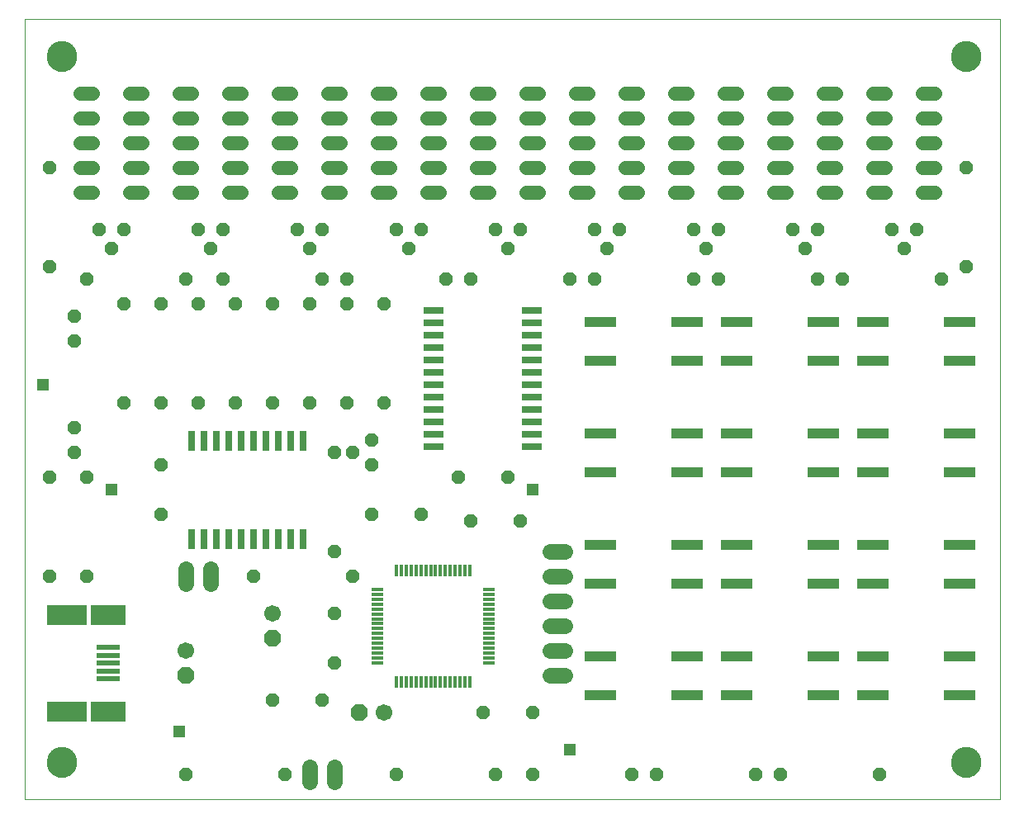
<source format=gts>
G75*
%MOIN*%
%OFA0B0*%
%FSLAX25Y25*%
%IPPOS*%
%LPD*%
%AMOC8*
5,1,8,0,0,1.08239X$1,22.5*
%
%ADD10C,0.00000*%
%ADD11C,0.12211*%
%ADD12R,0.12605X0.04337*%
%ADD13R,0.05124X0.01581*%
%ADD14R,0.01581X0.05124*%
%ADD15R,0.16148X0.08471*%
%ADD16R,0.14180X0.08471*%
%ADD17R,0.09258X0.02369*%
%ADD18OC8,0.05600*%
%ADD19OC8,0.06700*%
%ADD20C,0.06700*%
%ADD21R,0.08400X0.03000*%
%ADD22C,0.05600*%
%ADD23R,0.03000X0.08400*%
%ADD24C,0.06400*%
%ADD25R,0.05124X0.05124*%
D10*
X0005778Y0001300D02*
X0005778Y0316261D01*
X0399478Y0316261D01*
X0399478Y0001300D01*
X0005778Y0001300D01*
X0014873Y0016300D02*
X0014875Y0016453D01*
X0014881Y0016606D01*
X0014891Y0016759D01*
X0014905Y0016912D01*
X0014923Y0017064D01*
X0014945Y0017216D01*
X0014970Y0017367D01*
X0015000Y0017518D01*
X0015033Y0017667D01*
X0015071Y0017816D01*
X0015112Y0017964D01*
X0015157Y0018110D01*
X0015206Y0018255D01*
X0015259Y0018399D01*
X0015315Y0018542D01*
X0015375Y0018683D01*
X0015439Y0018823D01*
X0015506Y0018960D01*
X0015577Y0019096D01*
X0015651Y0019230D01*
X0015729Y0019362D01*
X0015810Y0019492D01*
X0015895Y0019620D01*
X0015983Y0019746D01*
X0016074Y0019869D01*
X0016168Y0019990D01*
X0016265Y0020109D01*
X0016366Y0020225D01*
X0016469Y0020338D01*
X0016576Y0020448D01*
X0016685Y0020556D01*
X0016796Y0020661D01*
X0016911Y0020763D01*
X0017028Y0020862D01*
X0017148Y0020957D01*
X0017270Y0021050D01*
X0017395Y0021140D01*
X0017521Y0021226D01*
X0017650Y0021309D01*
X0017781Y0021388D01*
X0017914Y0021464D01*
X0018049Y0021537D01*
X0018186Y0021606D01*
X0018325Y0021671D01*
X0018465Y0021733D01*
X0018607Y0021791D01*
X0018750Y0021846D01*
X0018895Y0021897D01*
X0019041Y0021944D01*
X0019188Y0021987D01*
X0019336Y0022026D01*
X0019485Y0022062D01*
X0019635Y0022093D01*
X0019786Y0022121D01*
X0019938Y0022145D01*
X0020090Y0022165D01*
X0020242Y0022181D01*
X0020395Y0022193D01*
X0020548Y0022201D01*
X0020701Y0022205D01*
X0020855Y0022205D01*
X0021008Y0022201D01*
X0021161Y0022193D01*
X0021314Y0022181D01*
X0021466Y0022165D01*
X0021618Y0022145D01*
X0021770Y0022121D01*
X0021921Y0022093D01*
X0022071Y0022062D01*
X0022220Y0022026D01*
X0022368Y0021987D01*
X0022515Y0021944D01*
X0022661Y0021897D01*
X0022806Y0021846D01*
X0022949Y0021791D01*
X0023091Y0021733D01*
X0023231Y0021671D01*
X0023370Y0021606D01*
X0023507Y0021537D01*
X0023642Y0021464D01*
X0023775Y0021388D01*
X0023906Y0021309D01*
X0024035Y0021226D01*
X0024161Y0021140D01*
X0024286Y0021050D01*
X0024408Y0020957D01*
X0024528Y0020862D01*
X0024645Y0020763D01*
X0024760Y0020661D01*
X0024871Y0020556D01*
X0024980Y0020448D01*
X0025087Y0020338D01*
X0025190Y0020225D01*
X0025291Y0020109D01*
X0025388Y0019990D01*
X0025482Y0019869D01*
X0025573Y0019746D01*
X0025661Y0019620D01*
X0025746Y0019492D01*
X0025827Y0019362D01*
X0025905Y0019230D01*
X0025979Y0019096D01*
X0026050Y0018960D01*
X0026117Y0018823D01*
X0026181Y0018683D01*
X0026241Y0018542D01*
X0026297Y0018399D01*
X0026350Y0018255D01*
X0026399Y0018110D01*
X0026444Y0017964D01*
X0026485Y0017816D01*
X0026523Y0017667D01*
X0026556Y0017518D01*
X0026586Y0017367D01*
X0026611Y0017216D01*
X0026633Y0017064D01*
X0026651Y0016912D01*
X0026665Y0016759D01*
X0026675Y0016606D01*
X0026681Y0016453D01*
X0026683Y0016300D01*
X0026681Y0016147D01*
X0026675Y0015994D01*
X0026665Y0015841D01*
X0026651Y0015688D01*
X0026633Y0015536D01*
X0026611Y0015384D01*
X0026586Y0015233D01*
X0026556Y0015082D01*
X0026523Y0014933D01*
X0026485Y0014784D01*
X0026444Y0014636D01*
X0026399Y0014490D01*
X0026350Y0014345D01*
X0026297Y0014201D01*
X0026241Y0014058D01*
X0026181Y0013917D01*
X0026117Y0013777D01*
X0026050Y0013640D01*
X0025979Y0013504D01*
X0025905Y0013370D01*
X0025827Y0013238D01*
X0025746Y0013108D01*
X0025661Y0012980D01*
X0025573Y0012854D01*
X0025482Y0012731D01*
X0025388Y0012610D01*
X0025291Y0012491D01*
X0025190Y0012375D01*
X0025087Y0012262D01*
X0024980Y0012152D01*
X0024871Y0012044D01*
X0024760Y0011939D01*
X0024645Y0011837D01*
X0024528Y0011738D01*
X0024408Y0011643D01*
X0024286Y0011550D01*
X0024161Y0011460D01*
X0024035Y0011374D01*
X0023906Y0011291D01*
X0023775Y0011212D01*
X0023642Y0011136D01*
X0023507Y0011063D01*
X0023370Y0010994D01*
X0023231Y0010929D01*
X0023091Y0010867D01*
X0022949Y0010809D01*
X0022806Y0010754D01*
X0022661Y0010703D01*
X0022515Y0010656D01*
X0022368Y0010613D01*
X0022220Y0010574D01*
X0022071Y0010538D01*
X0021921Y0010507D01*
X0021770Y0010479D01*
X0021618Y0010455D01*
X0021466Y0010435D01*
X0021314Y0010419D01*
X0021161Y0010407D01*
X0021008Y0010399D01*
X0020855Y0010395D01*
X0020701Y0010395D01*
X0020548Y0010399D01*
X0020395Y0010407D01*
X0020242Y0010419D01*
X0020090Y0010435D01*
X0019938Y0010455D01*
X0019786Y0010479D01*
X0019635Y0010507D01*
X0019485Y0010538D01*
X0019336Y0010574D01*
X0019188Y0010613D01*
X0019041Y0010656D01*
X0018895Y0010703D01*
X0018750Y0010754D01*
X0018607Y0010809D01*
X0018465Y0010867D01*
X0018325Y0010929D01*
X0018186Y0010994D01*
X0018049Y0011063D01*
X0017914Y0011136D01*
X0017781Y0011212D01*
X0017650Y0011291D01*
X0017521Y0011374D01*
X0017395Y0011460D01*
X0017270Y0011550D01*
X0017148Y0011643D01*
X0017028Y0011738D01*
X0016911Y0011837D01*
X0016796Y0011939D01*
X0016685Y0012044D01*
X0016576Y0012152D01*
X0016469Y0012262D01*
X0016366Y0012375D01*
X0016265Y0012491D01*
X0016168Y0012610D01*
X0016074Y0012731D01*
X0015983Y0012854D01*
X0015895Y0012980D01*
X0015810Y0013108D01*
X0015729Y0013238D01*
X0015651Y0013370D01*
X0015577Y0013504D01*
X0015506Y0013640D01*
X0015439Y0013777D01*
X0015375Y0013917D01*
X0015315Y0014058D01*
X0015259Y0014201D01*
X0015206Y0014345D01*
X0015157Y0014490D01*
X0015112Y0014636D01*
X0015071Y0014784D01*
X0015033Y0014933D01*
X0015000Y0015082D01*
X0014970Y0015233D01*
X0014945Y0015384D01*
X0014923Y0015536D01*
X0014905Y0015688D01*
X0014891Y0015841D01*
X0014881Y0015994D01*
X0014875Y0016147D01*
X0014873Y0016300D01*
X0014873Y0301300D02*
X0014875Y0301453D01*
X0014881Y0301606D01*
X0014891Y0301759D01*
X0014905Y0301912D01*
X0014923Y0302064D01*
X0014945Y0302216D01*
X0014970Y0302367D01*
X0015000Y0302518D01*
X0015033Y0302667D01*
X0015071Y0302816D01*
X0015112Y0302964D01*
X0015157Y0303110D01*
X0015206Y0303255D01*
X0015259Y0303399D01*
X0015315Y0303542D01*
X0015375Y0303683D01*
X0015439Y0303823D01*
X0015506Y0303960D01*
X0015577Y0304096D01*
X0015651Y0304230D01*
X0015729Y0304362D01*
X0015810Y0304492D01*
X0015895Y0304620D01*
X0015983Y0304746D01*
X0016074Y0304869D01*
X0016168Y0304990D01*
X0016265Y0305109D01*
X0016366Y0305225D01*
X0016469Y0305338D01*
X0016576Y0305448D01*
X0016685Y0305556D01*
X0016796Y0305661D01*
X0016911Y0305763D01*
X0017028Y0305862D01*
X0017148Y0305957D01*
X0017270Y0306050D01*
X0017395Y0306140D01*
X0017521Y0306226D01*
X0017650Y0306309D01*
X0017781Y0306388D01*
X0017914Y0306464D01*
X0018049Y0306537D01*
X0018186Y0306606D01*
X0018325Y0306671D01*
X0018465Y0306733D01*
X0018607Y0306791D01*
X0018750Y0306846D01*
X0018895Y0306897D01*
X0019041Y0306944D01*
X0019188Y0306987D01*
X0019336Y0307026D01*
X0019485Y0307062D01*
X0019635Y0307093D01*
X0019786Y0307121D01*
X0019938Y0307145D01*
X0020090Y0307165D01*
X0020242Y0307181D01*
X0020395Y0307193D01*
X0020548Y0307201D01*
X0020701Y0307205D01*
X0020855Y0307205D01*
X0021008Y0307201D01*
X0021161Y0307193D01*
X0021314Y0307181D01*
X0021466Y0307165D01*
X0021618Y0307145D01*
X0021770Y0307121D01*
X0021921Y0307093D01*
X0022071Y0307062D01*
X0022220Y0307026D01*
X0022368Y0306987D01*
X0022515Y0306944D01*
X0022661Y0306897D01*
X0022806Y0306846D01*
X0022949Y0306791D01*
X0023091Y0306733D01*
X0023231Y0306671D01*
X0023370Y0306606D01*
X0023507Y0306537D01*
X0023642Y0306464D01*
X0023775Y0306388D01*
X0023906Y0306309D01*
X0024035Y0306226D01*
X0024161Y0306140D01*
X0024286Y0306050D01*
X0024408Y0305957D01*
X0024528Y0305862D01*
X0024645Y0305763D01*
X0024760Y0305661D01*
X0024871Y0305556D01*
X0024980Y0305448D01*
X0025087Y0305338D01*
X0025190Y0305225D01*
X0025291Y0305109D01*
X0025388Y0304990D01*
X0025482Y0304869D01*
X0025573Y0304746D01*
X0025661Y0304620D01*
X0025746Y0304492D01*
X0025827Y0304362D01*
X0025905Y0304230D01*
X0025979Y0304096D01*
X0026050Y0303960D01*
X0026117Y0303823D01*
X0026181Y0303683D01*
X0026241Y0303542D01*
X0026297Y0303399D01*
X0026350Y0303255D01*
X0026399Y0303110D01*
X0026444Y0302964D01*
X0026485Y0302816D01*
X0026523Y0302667D01*
X0026556Y0302518D01*
X0026586Y0302367D01*
X0026611Y0302216D01*
X0026633Y0302064D01*
X0026651Y0301912D01*
X0026665Y0301759D01*
X0026675Y0301606D01*
X0026681Y0301453D01*
X0026683Y0301300D01*
X0026681Y0301147D01*
X0026675Y0300994D01*
X0026665Y0300841D01*
X0026651Y0300688D01*
X0026633Y0300536D01*
X0026611Y0300384D01*
X0026586Y0300233D01*
X0026556Y0300082D01*
X0026523Y0299933D01*
X0026485Y0299784D01*
X0026444Y0299636D01*
X0026399Y0299490D01*
X0026350Y0299345D01*
X0026297Y0299201D01*
X0026241Y0299058D01*
X0026181Y0298917D01*
X0026117Y0298777D01*
X0026050Y0298640D01*
X0025979Y0298504D01*
X0025905Y0298370D01*
X0025827Y0298238D01*
X0025746Y0298108D01*
X0025661Y0297980D01*
X0025573Y0297854D01*
X0025482Y0297731D01*
X0025388Y0297610D01*
X0025291Y0297491D01*
X0025190Y0297375D01*
X0025087Y0297262D01*
X0024980Y0297152D01*
X0024871Y0297044D01*
X0024760Y0296939D01*
X0024645Y0296837D01*
X0024528Y0296738D01*
X0024408Y0296643D01*
X0024286Y0296550D01*
X0024161Y0296460D01*
X0024035Y0296374D01*
X0023906Y0296291D01*
X0023775Y0296212D01*
X0023642Y0296136D01*
X0023507Y0296063D01*
X0023370Y0295994D01*
X0023231Y0295929D01*
X0023091Y0295867D01*
X0022949Y0295809D01*
X0022806Y0295754D01*
X0022661Y0295703D01*
X0022515Y0295656D01*
X0022368Y0295613D01*
X0022220Y0295574D01*
X0022071Y0295538D01*
X0021921Y0295507D01*
X0021770Y0295479D01*
X0021618Y0295455D01*
X0021466Y0295435D01*
X0021314Y0295419D01*
X0021161Y0295407D01*
X0021008Y0295399D01*
X0020855Y0295395D01*
X0020701Y0295395D01*
X0020548Y0295399D01*
X0020395Y0295407D01*
X0020242Y0295419D01*
X0020090Y0295435D01*
X0019938Y0295455D01*
X0019786Y0295479D01*
X0019635Y0295507D01*
X0019485Y0295538D01*
X0019336Y0295574D01*
X0019188Y0295613D01*
X0019041Y0295656D01*
X0018895Y0295703D01*
X0018750Y0295754D01*
X0018607Y0295809D01*
X0018465Y0295867D01*
X0018325Y0295929D01*
X0018186Y0295994D01*
X0018049Y0296063D01*
X0017914Y0296136D01*
X0017781Y0296212D01*
X0017650Y0296291D01*
X0017521Y0296374D01*
X0017395Y0296460D01*
X0017270Y0296550D01*
X0017148Y0296643D01*
X0017028Y0296738D01*
X0016911Y0296837D01*
X0016796Y0296939D01*
X0016685Y0297044D01*
X0016576Y0297152D01*
X0016469Y0297262D01*
X0016366Y0297375D01*
X0016265Y0297491D01*
X0016168Y0297610D01*
X0016074Y0297731D01*
X0015983Y0297854D01*
X0015895Y0297980D01*
X0015810Y0298108D01*
X0015729Y0298238D01*
X0015651Y0298370D01*
X0015577Y0298504D01*
X0015506Y0298640D01*
X0015439Y0298777D01*
X0015375Y0298917D01*
X0015315Y0299058D01*
X0015259Y0299201D01*
X0015206Y0299345D01*
X0015157Y0299490D01*
X0015112Y0299636D01*
X0015071Y0299784D01*
X0015033Y0299933D01*
X0015000Y0300082D01*
X0014970Y0300233D01*
X0014945Y0300384D01*
X0014923Y0300536D01*
X0014905Y0300688D01*
X0014891Y0300841D01*
X0014881Y0300994D01*
X0014875Y0301147D01*
X0014873Y0301300D01*
X0379873Y0301300D02*
X0379875Y0301453D01*
X0379881Y0301606D01*
X0379891Y0301759D01*
X0379905Y0301912D01*
X0379923Y0302064D01*
X0379945Y0302216D01*
X0379970Y0302367D01*
X0380000Y0302518D01*
X0380033Y0302667D01*
X0380071Y0302816D01*
X0380112Y0302964D01*
X0380157Y0303110D01*
X0380206Y0303255D01*
X0380259Y0303399D01*
X0380315Y0303542D01*
X0380375Y0303683D01*
X0380439Y0303823D01*
X0380506Y0303960D01*
X0380577Y0304096D01*
X0380651Y0304230D01*
X0380729Y0304362D01*
X0380810Y0304492D01*
X0380895Y0304620D01*
X0380983Y0304746D01*
X0381074Y0304869D01*
X0381168Y0304990D01*
X0381265Y0305109D01*
X0381366Y0305225D01*
X0381469Y0305338D01*
X0381576Y0305448D01*
X0381685Y0305556D01*
X0381796Y0305661D01*
X0381911Y0305763D01*
X0382028Y0305862D01*
X0382148Y0305957D01*
X0382270Y0306050D01*
X0382395Y0306140D01*
X0382521Y0306226D01*
X0382650Y0306309D01*
X0382781Y0306388D01*
X0382914Y0306464D01*
X0383049Y0306537D01*
X0383186Y0306606D01*
X0383325Y0306671D01*
X0383465Y0306733D01*
X0383607Y0306791D01*
X0383750Y0306846D01*
X0383895Y0306897D01*
X0384041Y0306944D01*
X0384188Y0306987D01*
X0384336Y0307026D01*
X0384485Y0307062D01*
X0384635Y0307093D01*
X0384786Y0307121D01*
X0384938Y0307145D01*
X0385090Y0307165D01*
X0385242Y0307181D01*
X0385395Y0307193D01*
X0385548Y0307201D01*
X0385701Y0307205D01*
X0385855Y0307205D01*
X0386008Y0307201D01*
X0386161Y0307193D01*
X0386314Y0307181D01*
X0386466Y0307165D01*
X0386618Y0307145D01*
X0386770Y0307121D01*
X0386921Y0307093D01*
X0387071Y0307062D01*
X0387220Y0307026D01*
X0387368Y0306987D01*
X0387515Y0306944D01*
X0387661Y0306897D01*
X0387806Y0306846D01*
X0387949Y0306791D01*
X0388091Y0306733D01*
X0388231Y0306671D01*
X0388370Y0306606D01*
X0388507Y0306537D01*
X0388642Y0306464D01*
X0388775Y0306388D01*
X0388906Y0306309D01*
X0389035Y0306226D01*
X0389161Y0306140D01*
X0389286Y0306050D01*
X0389408Y0305957D01*
X0389528Y0305862D01*
X0389645Y0305763D01*
X0389760Y0305661D01*
X0389871Y0305556D01*
X0389980Y0305448D01*
X0390087Y0305338D01*
X0390190Y0305225D01*
X0390291Y0305109D01*
X0390388Y0304990D01*
X0390482Y0304869D01*
X0390573Y0304746D01*
X0390661Y0304620D01*
X0390746Y0304492D01*
X0390827Y0304362D01*
X0390905Y0304230D01*
X0390979Y0304096D01*
X0391050Y0303960D01*
X0391117Y0303823D01*
X0391181Y0303683D01*
X0391241Y0303542D01*
X0391297Y0303399D01*
X0391350Y0303255D01*
X0391399Y0303110D01*
X0391444Y0302964D01*
X0391485Y0302816D01*
X0391523Y0302667D01*
X0391556Y0302518D01*
X0391586Y0302367D01*
X0391611Y0302216D01*
X0391633Y0302064D01*
X0391651Y0301912D01*
X0391665Y0301759D01*
X0391675Y0301606D01*
X0391681Y0301453D01*
X0391683Y0301300D01*
X0391681Y0301147D01*
X0391675Y0300994D01*
X0391665Y0300841D01*
X0391651Y0300688D01*
X0391633Y0300536D01*
X0391611Y0300384D01*
X0391586Y0300233D01*
X0391556Y0300082D01*
X0391523Y0299933D01*
X0391485Y0299784D01*
X0391444Y0299636D01*
X0391399Y0299490D01*
X0391350Y0299345D01*
X0391297Y0299201D01*
X0391241Y0299058D01*
X0391181Y0298917D01*
X0391117Y0298777D01*
X0391050Y0298640D01*
X0390979Y0298504D01*
X0390905Y0298370D01*
X0390827Y0298238D01*
X0390746Y0298108D01*
X0390661Y0297980D01*
X0390573Y0297854D01*
X0390482Y0297731D01*
X0390388Y0297610D01*
X0390291Y0297491D01*
X0390190Y0297375D01*
X0390087Y0297262D01*
X0389980Y0297152D01*
X0389871Y0297044D01*
X0389760Y0296939D01*
X0389645Y0296837D01*
X0389528Y0296738D01*
X0389408Y0296643D01*
X0389286Y0296550D01*
X0389161Y0296460D01*
X0389035Y0296374D01*
X0388906Y0296291D01*
X0388775Y0296212D01*
X0388642Y0296136D01*
X0388507Y0296063D01*
X0388370Y0295994D01*
X0388231Y0295929D01*
X0388091Y0295867D01*
X0387949Y0295809D01*
X0387806Y0295754D01*
X0387661Y0295703D01*
X0387515Y0295656D01*
X0387368Y0295613D01*
X0387220Y0295574D01*
X0387071Y0295538D01*
X0386921Y0295507D01*
X0386770Y0295479D01*
X0386618Y0295455D01*
X0386466Y0295435D01*
X0386314Y0295419D01*
X0386161Y0295407D01*
X0386008Y0295399D01*
X0385855Y0295395D01*
X0385701Y0295395D01*
X0385548Y0295399D01*
X0385395Y0295407D01*
X0385242Y0295419D01*
X0385090Y0295435D01*
X0384938Y0295455D01*
X0384786Y0295479D01*
X0384635Y0295507D01*
X0384485Y0295538D01*
X0384336Y0295574D01*
X0384188Y0295613D01*
X0384041Y0295656D01*
X0383895Y0295703D01*
X0383750Y0295754D01*
X0383607Y0295809D01*
X0383465Y0295867D01*
X0383325Y0295929D01*
X0383186Y0295994D01*
X0383049Y0296063D01*
X0382914Y0296136D01*
X0382781Y0296212D01*
X0382650Y0296291D01*
X0382521Y0296374D01*
X0382395Y0296460D01*
X0382270Y0296550D01*
X0382148Y0296643D01*
X0382028Y0296738D01*
X0381911Y0296837D01*
X0381796Y0296939D01*
X0381685Y0297044D01*
X0381576Y0297152D01*
X0381469Y0297262D01*
X0381366Y0297375D01*
X0381265Y0297491D01*
X0381168Y0297610D01*
X0381074Y0297731D01*
X0380983Y0297854D01*
X0380895Y0297980D01*
X0380810Y0298108D01*
X0380729Y0298238D01*
X0380651Y0298370D01*
X0380577Y0298504D01*
X0380506Y0298640D01*
X0380439Y0298777D01*
X0380375Y0298917D01*
X0380315Y0299058D01*
X0380259Y0299201D01*
X0380206Y0299345D01*
X0380157Y0299490D01*
X0380112Y0299636D01*
X0380071Y0299784D01*
X0380033Y0299933D01*
X0380000Y0300082D01*
X0379970Y0300233D01*
X0379945Y0300384D01*
X0379923Y0300536D01*
X0379905Y0300688D01*
X0379891Y0300841D01*
X0379881Y0300994D01*
X0379875Y0301147D01*
X0379873Y0301300D01*
X0379873Y0016300D02*
X0379875Y0016453D01*
X0379881Y0016606D01*
X0379891Y0016759D01*
X0379905Y0016912D01*
X0379923Y0017064D01*
X0379945Y0017216D01*
X0379970Y0017367D01*
X0380000Y0017518D01*
X0380033Y0017667D01*
X0380071Y0017816D01*
X0380112Y0017964D01*
X0380157Y0018110D01*
X0380206Y0018255D01*
X0380259Y0018399D01*
X0380315Y0018542D01*
X0380375Y0018683D01*
X0380439Y0018823D01*
X0380506Y0018960D01*
X0380577Y0019096D01*
X0380651Y0019230D01*
X0380729Y0019362D01*
X0380810Y0019492D01*
X0380895Y0019620D01*
X0380983Y0019746D01*
X0381074Y0019869D01*
X0381168Y0019990D01*
X0381265Y0020109D01*
X0381366Y0020225D01*
X0381469Y0020338D01*
X0381576Y0020448D01*
X0381685Y0020556D01*
X0381796Y0020661D01*
X0381911Y0020763D01*
X0382028Y0020862D01*
X0382148Y0020957D01*
X0382270Y0021050D01*
X0382395Y0021140D01*
X0382521Y0021226D01*
X0382650Y0021309D01*
X0382781Y0021388D01*
X0382914Y0021464D01*
X0383049Y0021537D01*
X0383186Y0021606D01*
X0383325Y0021671D01*
X0383465Y0021733D01*
X0383607Y0021791D01*
X0383750Y0021846D01*
X0383895Y0021897D01*
X0384041Y0021944D01*
X0384188Y0021987D01*
X0384336Y0022026D01*
X0384485Y0022062D01*
X0384635Y0022093D01*
X0384786Y0022121D01*
X0384938Y0022145D01*
X0385090Y0022165D01*
X0385242Y0022181D01*
X0385395Y0022193D01*
X0385548Y0022201D01*
X0385701Y0022205D01*
X0385855Y0022205D01*
X0386008Y0022201D01*
X0386161Y0022193D01*
X0386314Y0022181D01*
X0386466Y0022165D01*
X0386618Y0022145D01*
X0386770Y0022121D01*
X0386921Y0022093D01*
X0387071Y0022062D01*
X0387220Y0022026D01*
X0387368Y0021987D01*
X0387515Y0021944D01*
X0387661Y0021897D01*
X0387806Y0021846D01*
X0387949Y0021791D01*
X0388091Y0021733D01*
X0388231Y0021671D01*
X0388370Y0021606D01*
X0388507Y0021537D01*
X0388642Y0021464D01*
X0388775Y0021388D01*
X0388906Y0021309D01*
X0389035Y0021226D01*
X0389161Y0021140D01*
X0389286Y0021050D01*
X0389408Y0020957D01*
X0389528Y0020862D01*
X0389645Y0020763D01*
X0389760Y0020661D01*
X0389871Y0020556D01*
X0389980Y0020448D01*
X0390087Y0020338D01*
X0390190Y0020225D01*
X0390291Y0020109D01*
X0390388Y0019990D01*
X0390482Y0019869D01*
X0390573Y0019746D01*
X0390661Y0019620D01*
X0390746Y0019492D01*
X0390827Y0019362D01*
X0390905Y0019230D01*
X0390979Y0019096D01*
X0391050Y0018960D01*
X0391117Y0018823D01*
X0391181Y0018683D01*
X0391241Y0018542D01*
X0391297Y0018399D01*
X0391350Y0018255D01*
X0391399Y0018110D01*
X0391444Y0017964D01*
X0391485Y0017816D01*
X0391523Y0017667D01*
X0391556Y0017518D01*
X0391586Y0017367D01*
X0391611Y0017216D01*
X0391633Y0017064D01*
X0391651Y0016912D01*
X0391665Y0016759D01*
X0391675Y0016606D01*
X0391681Y0016453D01*
X0391683Y0016300D01*
X0391681Y0016147D01*
X0391675Y0015994D01*
X0391665Y0015841D01*
X0391651Y0015688D01*
X0391633Y0015536D01*
X0391611Y0015384D01*
X0391586Y0015233D01*
X0391556Y0015082D01*
X0391523Y0014933D01*
X0391485Y0014784D01*
X0391444Y0014636D01*
X0391399Y0014490D01*
X0391350Y0014345D01*
X0391297Y0014201D01*
X0391241Y0014058D01*
X0391181Y0013917D01*
X0391117Y0013777D01*
X0391050Y0013640D01*
X0390979Y0013504D01*
X0390905Y0013370D01*
X0390827Y0013238D01*
X0390746Y0013108D01*
X0390661Y0012980D01*
X0390573Y0012854D01*
X0390482Y0012731D01*
X0390388Y0012610D01*
X0390291Y0012491D01*
X0390190Y0012375D01*
X0390087Y0012262D01*
X0389980Y0012152D01*
X0389871Y0012044D01*
X0389760Y0011939D01*
X0389645Y0011837D01*
X0389528Y0011738D01*
X0389408Y0011643D01*
X0389286Y0011550D01*
X0389161Y0011460D01*
X0389035Y0011374D01*
X0388906Y0011291D01*
X0388775Y0011212D01*
X0388642Y0011136D01*
X0388507Y0011063D01*
X0388370Y0010994D01*
X0388231Y0010929D01*
X0388091Y0010867D01*
X0387949Y0010809D01*
X0387806Y0010754D01*
X0387661Y0010703D01*
X0387515Y0010656D01*
X0387368Y0010613D01*
X0387220Y0010574D01*
X0387071Y0010538D01*
X0386921Y0010507D01*
X0386770Y0010479D01*
X0386618Y0010455D01*
X0386466Y0010435D01*
X0386314Y0010419D01*
X0386161Y0010407D01*
X0386008Y0010399D01*
X0385855Y0010395D01*
X0385701Y0010395D01*
X0385548Y0010399D01*
X0385395Y0010407D01*
X0385242Y0010419D01*
X0385090Y0010435D01*
X0384938Y0010455D01*
X0384786Y0010479D01*
X0384635Y0010507D01*
X0384485Y0010538D01*
X0384336Y0010574D01*
X0384188Y0010613D01*
X0384041Y0010656D01*
X0383895Y0010703D01*
X0383750Y0010754D01*
X0383607Y0010809D01*
X0383465Y0010867D01*
X0383325Y0010929D01*
X0383186Y0010994D01*
X0383049Y0011063D01*
X0382914Y0011136D01*
X0382781Y0011212D01*
X0382650Y0011291D01*
X0382521Y0011374D01*
X0382395Y0011460D01*
X0382270Y0011550D01*
X0382148Y0011643D01*
X0382028Y0011738D01*
X0381911Y0011837D01*
X0381796Y0011939D01*
X0381685Y0012044D01*
X0381576Y0012152D01*
X0381469Y0012262D01*
X0381366Y0012375D01*
X0381265Y0012491D01*
X0381168Y0012610D01*
X0381074Y0012731D01*
X0380983Y0012854D01*
X0380895Y0012980D01*
X0380810Y0013108D01*
X0380729Y0013238D01*
X0380651Y0013370D01*
X0380577Y0013504D01*
X0380506Y0013640D01*
X0380439Y0013777D01*
X0380375Y0013917D01*
X0380315Y0014058D01*
X0380259Y0014201D01*
X0380206Y0014345D01*
X0380157Y0014490D01*
X0380112Y0014636D01*
X0380071Y0014784D01*
X0380033Y0014933D01*
X0380000Y0015082D01*
X0379970Y0015233D01*
X0379945Y0015384D01*
X0379923Y0015536D01*
X0379905Y0015688D01*
X0379891Y0015841D01*
X0379881Y0015994D01*
X0379875Y0016147D01*
X0379873Y0016300D01*
D11*
X0385778Y0016300D03*
X0385778Y0301300D03*
X0020778Y0301300D03*
X0020778Y0016300D03*
D12*
X0238258Y0043426D03*
X0238258Y0059174D03*
X0273297Y0059174D03*
X0273297Y0043426D03*
X0293258Y0043426D03*
X0293258Y0059174D03*
X0293258Y0088426D03*
X0293258Y0104174D03*
X0273297Y0104174D03*
X0273297Y0088426D03*
X0238258Y0088426D03*
X0238258Y0104174D03*
X0238258Y0133426D03*
X0238258Y0149174D03*
X0273297Y0149174D03*
X0273297Y0133426D03*
X0293258Y0133426D03*
X0293258Y0149174D03*
X0328297Y0149174D03*
X0328297Y0133426D03*
X0348258Y0133426D03*
X0348258Y0149174D03*
X0383297Y0149174D03*
X0383297Y0133426D03*
X0383297Y0104174D03*
X0383297Y0088426D03*
X0383297Y0059174D03*
X0383297Y0043426D03*
X0348258Y0043426D03*
X0348258Y0059174D03*
X0328297Y0059174D03*
X0328297Y0043426D03*
X0328297Y0088426D03*
X0328297Y0104174D03*
X0348258Y0104174D03*
X0348258Y0088426D03*
X0348258Y0178426D03*
X0348258Y0194174D03*
X0328297Y0194174D03*
X0328297Y0178426D03*
X0293258Y0178426D03*
X0293258Y0194174D03*
X0273297Y0194174D03*
X0273297Y0178426D03*
X0238258Y0178426D03*
X0238258Y0194174D03*
X0383297Y0194174D03*
X0383297Y0178426D03*
D13*
X0193219Y0086064D03*
X0193219Y0084095D03*
X0193219Y0082127D03*
X0193219Y0080158D03*
X0193219Y0078190D03*
X0193219Y0076221D03*
X0193219Y0074253D03*
X0193219Y0072284D03*
X0193219Y0070316D03*
X0193219Y0068347D03*
X0193219Y0066379D03*
X0193219Y0064410D03*
X0193219Y0062442D03*
X0193219Y0060473D03*
X0193219Y0058505D03*
X0193219Y0056536D03*
X0148337Y0056536D03*
X0148337Y0058505D03*
X0148337Y0060473D03*
X0148337Y0062442D03*
X0148337Y0064410D03*
X0148337Y0066379D03*
X0148337Y0068347D03*
X0148337Y0070316D03*
X0148337Y0072284D03*
X0148337Y0074253D03*
X0148337Y0076221D03*
X0148337Y0078190D03*
X0148337Y0080158D03*
X0148337Y0082127D03*
X0148337Y0084095D03*
X0148337Y0086064D03*
D14*
X0156014Y0093741D03*
X0157982Y0093741D03*
X0159951Y0093741D03*
X0161919Y0093741D03*
X0163888Y0093741D03*
X0165856Y0093741D03*
X0167825Y0093741D03*
X0169793Y0093741D03*
X0171762Y0093741D03*
X0173730Y0093741D03*
X0175699Y0093741D03*
X0177667Y0093741D03*
X0179636Y0093741D03*
X0181604Y0093741D03*
X0183573Y0093741D03*
X0185541Y0093741D03*
X0185541Y0048859D03*
X0183573Y0048859D03*
X0181604Y0048859D03*
X0179636Y0048859D03*
X0177667Y0048859D03*
X0175699Y0048859D03*
X0173730Y0048859D03*
X0171762Y0048859D03*
X0169793Y0048859D03*
X0167825Y0048859D03*
X0165856Y0048859D03*
X0163888Y0048859D03*
X0161919Y0048859D03*
X0159951Y0048859D03*
X0157982Y0048859D03*
X0156014Y0048859D03*
D15*
X0022904Y0036910D03*
X0022904Y0075690D03*
D16*
X0039636Y0075690D03*
X0039636Y0036910D03*
D17*
X0039537Y0050001D03*
X0039537Y0053150D03*
X0039537Y0056300D03*
X0039537Y0059450D03*
X0039537Y0062599D03*
D18*
X0030778Y0091300D03*
X0015778Y0091300D03*
X0060778Y0116300D03*
X0060778Y0136300D03*
X0060778Y0161300D03*
X0075778Y0161300D03*
X0090778Y0161300D03*
X0105778Y0161300D03*
X0120778Y0161300D03*
X0135778Y0161300D03*
X0150778Y0161300D03*
X0145778Y0146300D03*
X0138278Y0141300D03*
X0130778Y0141300D03*
X0145778Y0136300D03*
X0145778Y0116300D03*
X0165778Y0116300D03*
X0185778Y0113800D03*
X0205778Y0113800D03*
X0200778Y0131300D03*
X0180778Y0131300D03*
X0130778Y0101300D03*
X0138278Y0091300D03*
X0130778Y0076300D03*
X0130778Y0056300D03*
X0125778Y0041300D03*
X0105778Y0041300D03*
X0110778Y0011300D03*
X0070778Y0011300D03*
X0155778Y0011300D03*
X0190778Y0036300D03*
X0210778Y0036300D03*
X0210778Y0011300D03*
X0195778Y0011300D03*
X0250778Y0011300D03*
X0260778Y0011300D03*
X0300778Y0011300D03*
X0310778Y0011300D03*
X0350778Y0011300D03*
X0150778Y0201300D03*
X0135778Y0201300D03*
X0135778Y0211300D03*
X0125778Y0211300D03*
X0120778Y0201300D03*
X0105778Y0201300D03*
X0090778Y0201300D03*
X0085778Y0211300D03*
X0075778Y0201300D03*
X0070778Y0211300D03*
X0060778Y0201300D03*
X0045778Y0201300D03*
X0030778Y0211300D03*
X0015778Y0216300D03*
X0035778Y0231300D03*
X0040778Y0223800D03*
X0045778Y0231300D03*
X0075778Y0231300D03*
X0080778Y0223800D03*
X0085778Y0231300D03*
X0115778Y0231300D03*
X0120778Y0223800D03*
X0125778Y0231300D03*
X0155778Y0231300D03*
X0160778Y0223800D03*
X0165778Y0231300D03*
X0175778Y0211300D03*
X0185778Y0211300D03*
X0200778Y0223800D03*
X0205778Y0231300D03*
X0195778Y0231300D03*
X0225778Y0211300D03*
X0235778Y0211300D03*
X0240778Y0223800D03*
X0245778Y0231300D03*
X0235778Y0231300D03*
X0275778Y0231300D03*
X0280778Y0223800D03*
X0285778Y0231300D03*
X0285778Y0211300D03*
X0275778Y0211300D03*
X0315778Y0231300D03*
X0320778Y0223800D03*
X0325778Y0231300D03*
X0325778Y0211300D03*
X0335778Y0211300D03*
X0360778Y0223800D03*
X0365778Y0231300D03*
X0355778Y0231300D03*
X0375778Y0211300D03*
X0385778Y0216300D03*
X0385778Y0256300D03*
X0098278Y0091300D03*
X0030778Y0131300D03*
X0025778Y0141300D03*
X0025778Y0151300D03*
X0045778Y0161300D03*
X0025778Y0186300D03*
X0025778Y0196300D03*
X0015778Y0256300D03*
X0015778Y0131300D03*
D19*
X0105778Y0066300D03*
X0070778Y0051300D03*
X0140778Y0036300D03*
D20*
X0150778Y0036300D03*
X0105778Y0076300D03*
X0070778Y0061300D03*
D21*
X0170978Y0143800D03*
X0170978Y0148800D03*
X0170978Y0153800D03*
X0170978Y0158800D03*
X0170978Y0163800D03*
X0170978Y0168800D03*
X0170978Y0173800D03*
X0170978Y0178800D03*
X0170978Y0183800D03*
X0170978Y0188800D03*
X0170978Y0193800D03*
X0170978Y0198800D03*
X0210578Y0198800D03*
X0210578Y0193800D03*
X0210578Y0188800D03*
X0210578Y0183800D03*
X0210578Y0178800D03*
X0210578Y0173800D03*
X0210578Y0168800D03*
X0210578Y0163800D03*
X0210578Y0158800D03*
X0210578Y0153800D03*
X0210578Y0148800D03*
X0210578Y0143800D03*
D22*
X0208178Y0246300D02*
X0213378Y0246300D01*
X0213378Y0256300D02*
X0208178Y0256300D01*
X0208178Y0266300D02*
X0213378Y0266300D01*
X0213378Y0276300D02*
X0208178Y0276300D01*
X0193378Y0276300D02*
X0188178Y0276300D01*
X0188178Y0266300D02*
X0193378Y0266300D01*
X0193378Y0256300D02*
X0188178Y0256300D01*
X0188178Y0246300D02*
X0193378Y0246300D01*
X0173378Y0246300D02*
X0168178Y0246300D01*
X0168178Y0256300D02*
X0173378Y0256300D01*
X0173378Y0266300D02*
X0168178Y0266300D01*
X0168178Y0276300D02*
X0173378Y0276300D01*
X0173378Y0286300D02*
X0168178Y0286300D01*
X0153378Y0286300D02*
X0148178Y0286300D01*
X0133378Y0286300D02*
X0128178Y0286300D01*
X0113378Y0286300D02*
X0108178Y0286300D01*
X0093378Y0286300D02*
X0088178Y0286300D01*
X0073378Y0286300D02*
X0068178Y0286300D01*
X0053378Y0286300D02*
X0048178Y0286300D01*
X0033378Y0286300D02*
X0028178Y0286300D01*
X0028178Y0276300D02*
X0033378Y0276300D01*
X0033378Y0266300D02*
X0028178Y0266300D01*
X0028178Y0256300D02*
X0033378Y0256300D01*
X0033378Y0246300D02*
X0028178Y0246300D01*
X0048178Y0246300D02*
X0053378Y0246300D01*
X0053378Y0256300D02*
X0048178Y0256300D01*
X0048178Y0266300D02*
X0053378Y0266300D01*
X0053378Y0276300D02*
X0048178Y0276300D01*
X0068178Y0276300D02*
X0073378Y0276300D01*
X0073378Y0266300D02*
X0068178Y0266300D01*
X0068178Y0256300D02*
X0073378Y0256300D01*
X0073378Y0246300D02*
X0068178Y0246300D01*
X0088178Y0246300D02*
X0093378Y0246300D01*
X0093378Y0256300D02*
X0088178Y0256300D01*
X0088178Y0266300D02*
X0093378Y0266300D01*
X0093378Y0276300D02*
X0088178Y0276300D01*
X0108178Y0276300D02*
X0113378Y0276300D01*
X0113378Y0266300D02*
X0108178Y0266300D01*
X0108178Y0256300D02*
X0113378Y0256300D01*
X0113378Y0246300D02*
X0108178Y0246300D01*
X0128178Y0246300D02*
X0133378Y0246300D01*
X0133378Y0256300D02*
X0128178Y0256300D01*
X0128178Y0266300D02*
X0133378Y0266300D01*
X0133378Y0276300D02*
X0128178Y0276300D01*
X0148178Y0276300D02*
X0153378Y0276300D01*
X0153378Y0266300D02*
X0148178Y0266300D01*
X0148178Y0256300D02*
X0153378Y0256300D01*
X0153378Y0246300D02*
X0148178Y0246300D01*
X0188178Y0286300D02*
X0193378Y0286300D01*
X0208178Y0286300D02*
X0213378Y0286300D01*
X0228178Y0286300D02*
X0233378Y0286300D01*
X0248178Y0286300D02*
X0253378Y0286300D01*
X0268178Y0286300D02*
X0273378Y0286300D01*
X0273378Y0276300D02*
X0268178Y0276300D01*
X0268178Y0266300D02*
X0273378Y0266300D01*
X0273378Y0256300D02*
X0268178Y0256300D01*
X0268178Y0246300D02*
X0273378Y0246300D01*
X0288178Y0246300D02*
X0293378Y0246300D01*
X0293378Y0256300D02*
X0288178Y0256300D01*
X0288178Y0266300D02*
X0293378Y0266300D01*
X0293378Y0276300D02*
X0288178Y0276300D01*
X0288178Y0286300D02*
X0293378Y0286300D01*
X0308178Y0286300D02*
X0313378Y0286300D01*
X0313378Y0276300D02*
X0308178Y0276300D01*
X0308178Y0266300D02*
X0313378Y0266300D01*
X0313378Y0256300D02*
X0308178Y0256300D01*
X0308178Y0246300D02*
X0313378Y0246300D01*
X0328178Y0246300D02*
X0333378Y0246300D01*
X0333378Y0256300D02*
X0328178Y0256300D01*
X0328178Y0266300D02*
X0333378Y0266300D01*
X0333378Y0276300D02*
X0328178Y0276300D01*
X0328178Y0286300D02*
X0333378Y0286300D01*
X0348178Y0286300D02*
X0353378Y0286300D01*
X0353378Y0276300D02*
X0348178Y0276300D01*
X0348178Y0266300D02*
X0353378Y0266300D01*
X0353378Y0256300D02*
X0348178Y0256300D01*
X0348178Y0246300D02*
X0353378Y0246300D01*
X0368178Y0246300D02*
X0373378Y0246300D01*
X0373378Y0256300D02*
X0368178Y0256300D01*
X0368178Y0266300D02*
X0373378Y0266300D01*
X0373378Y0276300D02*
X0368178Y0276300D01*
X0368178Y0286300D02*
X0373378Y0286300D01*
X0253378Y0276300D02*
X0248178Y0276300D01*
X0248178Y0266300D02*
X0253378Y0266300D01*
X0253378Y0256300D02*
X0248178Y0256300D01*
X0248178Y0246300D02*
X0253378Y0246300D01*
X0233378Y0246300D02*
X0228178Y0246300D01*
X0228178Y0256300D02*
X0233378Y0256300D01*
X0233378Y0266300D02*
X0228178Y0266300D01*
X0228178Y0276300D02*
X0233378Y0276300D01*
D23*
X0118278Y0146100D03*
X0113278Y0146100D03*
X0108278Y0146100D03*
X0103278Y0146100D03*
X0098278Y0146100D03*
X0093278Y0146100D03*
X0088278Y0146100D03*
X0083278Y0146100D03*
X0078278Y0146100D03*
X0073278Y0146100D03*
X0073278Y0106500D03*
X0078278Y0106500D03*
X0083278Y0106500D03*
X0088278Y0106500D03*
X0093278Y0106500D03*
X0098278Y0106500D03*
X0103278Y0106500D03*
X0108278Y0106500D03*
X0113278Y0106500D03*
X0118278Y0106500D03*
D24*
X0080778Y0094300D02*
X0080778Y0088300D01*
X0070778Y0088300D02*
X0070778Y0094300D01*
X0120778Y0014300D02*
X0120778Y0008300D01*
X0130778Y0008300D02*
X0130778Y0014300D01*
X0217778Y0051300D02*
X0223778Y0051300D01*
X0223778Y0061300D02*
X0217778Y0061300D01*
X0217778Y0071300D02*
X0223778Y0071300D01*
X0223778Y0081300D02*
X0217778Y0081300D01*
X0217778Y0091300D02*
X0223778Y0091300D01*
X0223778Y0101300D02*
X0217778Y0101300D01*
D25*
X0210778Y0126300D03*
X0225778Y0021300D03*
X0068278Y0028800D03*
X0040778Y0126300D03*
X0013278Y0168800D03*
M02*

</source>
